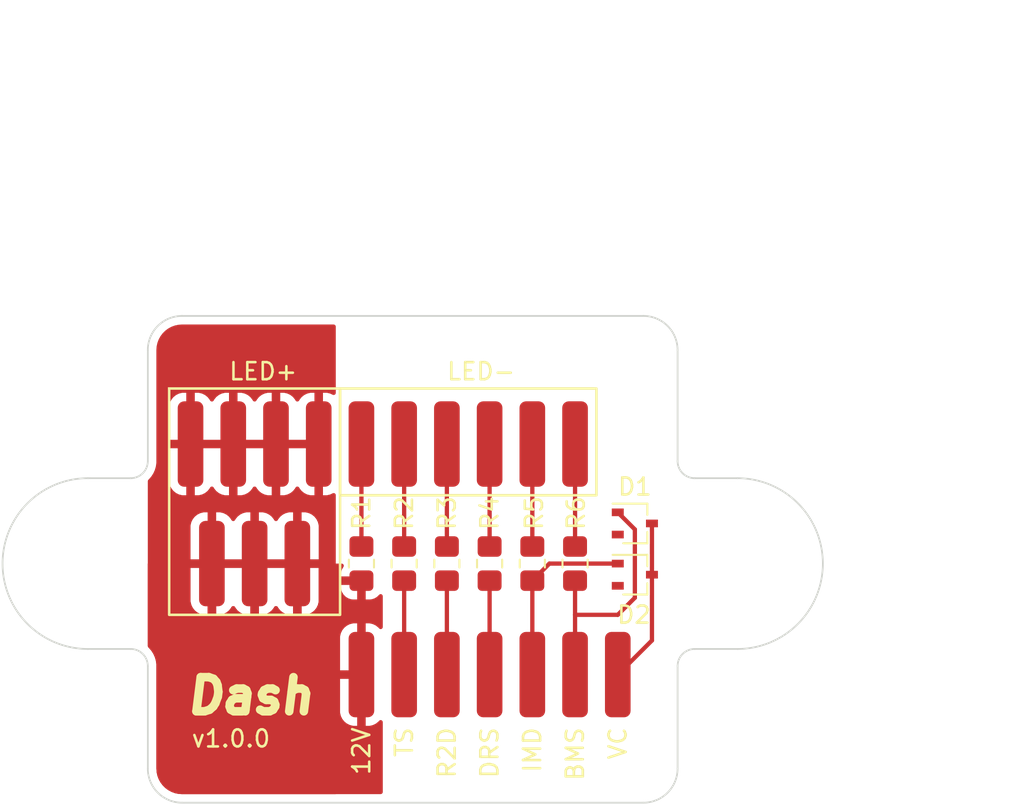
<source format=kicad_pcb>
(kicad_pcb (version 20221018) (generator pcbnew)
  (title_block (title "Dash") (date "2023-04-27") (rev "1.0.0") (company "SUFST - Southampton University Formula Student Team") (comment 1 "STAG 9") (comment 2 "Tim Brewis"))
  (layers (0 "F.Cu" signal) (31 "B.Cu" signal) (34 "B.Paste" user) (35 "F.Paste" user) (36 "B.SilkS" user "B.Silkscreen") (37 "F.SilkS" user "F.Silkscreen") (38 "B.Mask" user) (39 "F.Mask" user) (44 "Edge.Cuts" user))
  (net 0 "")
  (net 1 "/BMS")
  (net 3 "/VC")
  (net 4 "/IMD")
  (net 6 "Net-(J1-Pin_1)")
  (net 7 "Net-(J2-Pin_1)")
  (net 8 "Net-(J3-Pin_1)")
  (net 9 "Net-(J4-Pin_1)")
  (net 10 "Net-(J5-Pin_1)")
  (net 11 "Net-(J6-Pin_1)")
  (net 12 "/TS")
  (net 13 "/R2D")
  (net 14 "/DRS")
  (net 15 "+12V")
  (footprint "Resistor_SMD:R_0805_2012Metric_Pad1.20x1.40mm_HandSolder" (layer "F.Cu") (at 171 69 -90)
    (fp_text reference "R6" (at -1.88 -0.055 90) (layer "F.SilkS") (effects (justify left)))
    (fp_text value "?k")
    (fp_line (start -0.227064 -0.735) (end 0.227064 -0.735) (stroke (width 0.12)) (layer "F.SilkS"))
    (fp_line (start -0.227064 0.735) (end 0.227064 0.735) (stroke (width 0.12)) (layer "F.SilkS"))
    (pad "1" smd roundrect (at -1 0 270) (size 1.2 1.4) (layers "F.Cu" "F.Paste" "F.Mask") (roundrect_rratio 0.2083333333) (net 11 "Net-(J6-Pin_1)"))
    (pad "2" smd roundrect (at 1 0 270) (size 1.2 1.4) (layers "F.Cu" "F.Paste" "F.Mask") (roundrect_rratio 0.2083333333) (net 1 "/BMS"))
  )
  (footprint "MountingHole:MountingHole_3.2mm_M3" (layer "F.Cu") (at 180.5 69)
    (fp_text reference "H1" hide)
    (fp_text value "MountingHole")
    (pad "" np_thru_hole circle (at 0 0) (size 3.2 3.2) (drill 3.2) (layers "*.Cu" "*.Mask"))
  )
  (footprint "SUFST:Pad_1x5mm" (layer "F.Cu") (at 152.25 69 90)
    (fp_text reference "J19" hide)
    (fp_text value "Conn_01x01_Pin")
    (pad "1" smd roundrect (at 0 0 180) (size 1.5 5) (layers "F.Cu" "F.Paste" "F.Mask") (net 15 "+12V"))
  )
  (footprint "SUFST:Pad_1x5mm" (layer "F.Cu") (at 158.5 62 90)
    (fp_text reference "J1" hide)
    (fp_text value "Conn_01x01_Pin")
    (pad "1" smd roundrect (at 0 0 180) (size 1.5 5) (layers "F.Cu" "F.Paste" "F.Mask") (net 6 "Net-(J1-Pin_1)"))
  )
  (footprint "SUFST:Pad_1x5mm" (layer "F.Cu") (at 161 75.5 90)
    (fp_text reference "J8" hide)
    (fp_text value "Conn_01x01_Pin")
    (pad "1" smd roundrect (at 0 0 180) (size 1.5 5) (layers "F.Cu" "F.Paste" "F.Mask") (net 12 "/TS"))
  )
  (footprint "Resistor_SMD:R_0805_2012Metric_Pad1.20x1.40mm_HandSolder" (layer "F.Cu") (at 166 69 -90)
    (fp_text reference "R4" (at -1.88 0 90) (layer "F.SilkS") (effects (justify left)))
    (fp_text value "?k")
    (fp_line (start -0.227064 -0.735) (end 0.227064 -0.735) (stroke (width 0.12)) (layer "F.SilkS"))
    (fp_line (start -0.227064 0.735) (end 0.227064 0.735) (stroke (width 0.12)) (layer "F.SilkS"))
    (pad "1" smd roundrect (at -1 0 270) (size 1.2 1.4) (layers "F.Cu" "F.Paste" "F.Mask") (roundrect_rratio 0.2083333333) (net 9 "Net-(J4-Pin_1)"))
    (pad "2" smd roundrect (at 1 0 270) (size 1.2 1.4) (layers "F.Cu" "F.Paste" "F.Mask") (roundrect_rratio 0.2083333333) (net 14 "/DRS"))
  )
  (footprint "MountingHole:MountingHole_3.2mm_M3" (layer "F.Cu") (at 142.5 69)
    (fp_text reference "H2" hide)
    (fp_text value "MountingHole")
    (pad "" np_thru_hole circle (at 0 0) (size 3.2 3.2) (drill 3.2) (layers "*.Cu" "*.Mask"))
  )
  (footprint "SUFST:Pad_1x5mm" (layer "F.Cu") (at 148.5 62 90)
    (fp_text reference "J14" hide)
    (fp_text value "Conn_01x01_Pin")
    (pad "1" smd roundrect (at 0 0 180) (size 1.5 5) (layers "F.Cu" "F.Paste" "F.Mask") (net 15 "+12V"))
  )
  (footprint "Resistor_SMD:R_0805_2012Metric_Pad1.20x1.40mm_HandSolder" (layer "F.Cu") (at 163.5 69 -90)
    (fp_text reference "R3" (at -1.88 0 90) (layer "F.SilkS") (effects (justify left)))
    (fp_text value "?k")
    (fp_line (start -0.227064 -0.735) (end 0.227064 -0.735) (stroke (width 0.12)) (layer "F.SilkS"))
    (fp_line (start -0.227064 0.735) (end 0.227064 0.735) (stroke (width 0.12)) (layer "F.SilkS"))
    (pad "1" smd roundrect (at -1 0 270) (size 1.2 1.4) (layers "F.Cu" "F.Paste" "F.Mask") (roundrect_rratio 0.2083333333) (net 8 "Net-(J3-Pin_1)"))
    (pad "2" smd roundrect (at 1 0 270) (size 1.2 1.4) (layers "F.Cu" "F.Paste" "F.Mask") (roundrect_rratio 0.2083333333) (net 13 "/R2D"))
  )
  (footprint "SUFST:Pad_1x5mm" (layer "F.Cu") (at 153.5 62 90)
    (fp_text reference "J16" hide)
    (fp_text value "Conn_01x01_Pin")
    (pad "1" smd roundrect (at 0 0 180) (size 1.5 5) (layers "F.Cu" "F.Paste" "F.Mask") (net 15 "+12V"))
  )
  (footprint "Resistor_SMD:R_0805_2012Metric_Pad1.20x1.40mm_HandSolder" (layer "F.Cu") (at 161 69 -90)
    (fp_text reference "R2" (at -1.88 0 90) (layer "F.SilkS") (effects (justify left)))
    (fp_text value "?k")
    (fp_line (start -0.227064 -0.735) (end 0.227064 -0.735) (stroke (width 0.12)) (layer "F.SilkS"))
    (fp_line (start -0.227064 0.735) (end 0.227064 0.735) (stroke (width 0.12)) (layer "F.SilkS"))
    (pad "1" smd roundrect (at -1 0 270) (size 1.2 1.4) (layers "F.Cu" "F.Paste" "F.Mask") (roundrect_rratio 0.2083333333) (net 7 "Net-(J2-Pin_1)"))
    (pad "2" smd roundrect (at 1 0 270) (size 1.2 1.4) (layers "F.Cu" "F.Paste" "F.Mask") (roundrect_rratio 0.2083333333) (net 12 "/TS"))
  )
  (footprint "Package_TO_SOT_SMD:SOT-323_SC-70" (layer "F.Cu") (at 174.5 69.65)
    (fp_text reference "D2" (at -0.05 2.35) (layer "F.SilkS"))
    (fp_text value "BAT54W")
    (fp_line (start -0.68 1.16) (end 0.73 1.16) (stroke (width 0.12)) (layer "F.SilkS"))
    (fp_line (start 0.73 -1.16) (end -1.3 -1.16) (stroke (width 0.12)) (layer "F.SilkS"))
    (fp_line (start 0.73 -1.16) (end 0.73 -0.5) (stroke (width 0.12)) (layer "F.SilkS"))
    (fp_line (start 0.73 0.5) (end 0.73 1.16) (stroke (width 0.12)) (layer "F.SilkS"))
    (pad "1" smd rect (at -1 -0.65 270) (size 0.45 0.7) (layers "F.Cu" "F.Paste" "F.Mask") (net 4 "/IMD"))
    (pad "2" smd rect (at -1 0.65 270) (size 0.45 0.7) (layers "F.Cu" "F.Paste" "F.Mask"))
    (pad "3" smd rect (at 1 0 270) (size 0.45 0.7) (layers "F.Cu" "F.Paste" "F.Mask") (net 3 "/VC"))
  )
  (footprint "SUFST:Pad_1x5mm" (layer "F.Cu") (at 151 62 90)
    (fp_text reference "J15" hide)
    (fp_text value "Conn_01x01_Pin")
    (pad "1" smd roundrect (at 0 0 180) (size 1.5 5) (layers "F.Cu" "F.Paste" "F.Mask") (net 15 "+12V"))
  )
  (footprint "SUFST:Pad_1x5mm" (layer "F.Cu") (at 173.5 75.5 90)
    (fp_text reference "J13" hide)
    (fp_text value "Conn_01x01_Pin")
    (pad "1" smd roundrect (at 0 0 180) (size 1.5 5) (layers "F.Cu" "F.Paste" "F.Mask") (net 3 "/VC"))
  )
  (footprint "SUFST:Pad_1x5mm" (layer "F.Cu") (at 158.5 75.5 90)
    (fp_text reference "J7" hide)
    (fp_text value "Conn_01x01_Pin")
    (pad "1" smd roundrect (at 0 0 180) (size 1.5 5) (layers "F.Cu" "F.Paste" "F.Mask") (net 15 "+12V"))
  )
  (footprint "SUFST:Pad_1x5mm" (layer "F.Cu") (at 163.5 75.5 90)
    (fp_text reference "J9" hide)
    (fp_text value "Conn_01x01_Pin")
    (pad "1" smd roundrect (at 0 0 180) (size 1.5 5) (layers "F.Cu" "F.Paste" "F.Mask") (net 13 "/R2D"))
  )
  (footprint "SUFST:Pad_1x5mm" (layer "F.Cu") (at 154.75 69 90)
    (fp_text reference "J20" hide)
    (fp_text value "Conn_01x01_Pin")
    (pad "1" smd roundrect (at 0 0 180) (size 1.5 5) (layers "F.Cu" "F.Paste" "F.Mask") (net 15 "+12V"))
  )
  (footprint "SUFST:Pad_1x5mm" (layer "F.Cu") (at 166 62 90)
    (fp_text reference "J4" hide)
    (fp_text value "Conn_01x01_Pin")
    (pad "1" smd roundrect (at 0 0 180) (size 1.5 5) (layers "F.Cu" "F.Paste" "F.Mask") (net 9 "Net-(J4-Pin_1)"))
  )
  (footprint "Package_TO_SOT_SMD:SOT-323_SC-70" (layer "F.Cu") (at 174.5 66.65)
    (fp_text reference "D1" (at 0 -2.15) (layer "F.SilkS"))
    (fp_text value "BAT54W")
    (fp_line (start -0.68 1.16) (end 0.73 1.16) (stroke (width 0.12)) (layer "F.SilkS"))
    (fp_line (start 0.73 -1.16) (end -1.3 -1.16) (stroke (width 0.12)) (layer "F.SilkS"))
    (fp_line (start 0.73 -1.16) (end 0.73 -0.5) (stroke (width 0.12)) (layer "F.SilkS"))
    (fp_line (start 0.73 0.5) (end 0.73 1.16) (stroke (width 0.12)) (layer "F.SilkS"))
    (pad "1" smd rect (at -1 -0.65 270) (size 0.45 0.7) (layers "F.Cu" "F.Paste" "F.Mask") (net 1 "/BMS"))
    (pad "2" smd rect (at -1 0.65 270) (size 0.45 0.7) (layers "F.Cu" "F.Paste" "F.Mask"))
    (pad "3" smd rect (at 1 0 270) (size 0.45 0.7) (layers "F.Cu" "F.Paste" "F.Mask") (net 3 "/VC"))
  )
  (footprint "Resistor_SMD:R_0805_2012Metric_Pad1.20x1.40mm_HandSolder" (layer "F.Cu") (at 158.5 69 -90)
    (fp_text reference "R1" (at -1.88 0 90) (layer "F.SilkS") (effects (justify left)))
    (fp_text value "?k")
    (fp_line (start -0.227064 -0.735) (end 0.227064 -0.735) (stroke (width 0.12)) (layer "F.SilkS"))
    (fp_line (start -0.227064 0.735) (end 0.227064 0.735) (stroke (width 0.12)) (layer "F.SilkS"))
    (pad "1" smd roundrect (at -1 0 270) (size 1.2 1.4) (layers "F.Cu" "F.Paste" "F.Mask") (roundrect_rratio 0.2083333333) (net 6 "Net-(J1-Pin_1)"))
    (pad "2" smd roundrect (at 1 0 270) (size 1.2 1.4) (layers "F.Cu" "F.Paste" "F.Mask") (roundrect_rratio 0.2083333333) (net 15 "+12V"))
  )
  (footprint "Resistor_SMD:R_0805_2012Metric_Pad1.20x1.40mm_HandSolder" (layer "F.Cu") (at 168.5 69 -90)
    (fp_text reference "R5" (at -1.88 -0.105 90) (layer "F.SilkS") (effects (justify left)))
    (fp_text value "?k")
    (fp_line (start -0.227064 -0.735) (end 0.227064 -0.735) (stroke (width 0.12)) (layer "F.SilkS"))
    (fp_line (start -0.227064 0.735) (end 0.227064 0.735) (stroke (width 0.12)) (layer "F.SilkS"))
    (pad "1" smd roundrect (at -1 0 270) (size 1.2 1.4) (layers "F.Cu" "F.Paste" "F.Mask") (roundrect_rratio 0.2083333333) (net 10 "Net-(J5-Pin_1)"))
    (pad "2" smd roundrect (at 1 0 270) (size 1.2 1.4) (layers "F.Cu" "F.Paste" "F.Mask") (roundrect_rratio 0.2083333333) (net 4 "/IMD"))
  )
  (footprint "SUFST:Pad_1x5mm" (layer "F.Cu") (at 156 62 90)
    (fp_text reference "J17" hide)
    (fp_text value "Conn_01x01_Pin")
    (pad "1" smd roundrect (at 0 0 180) (size 1.5 5) (layers "F.Cu" "F.Paste" "F.Mask") (net 15 "+12V"))
  )
  (footprint "SUFST:Pad_1x5mm" (layer "F.Cu") (at 149.75 69 90)
    (fp_text reference "J18" hide)
    (fp_text value "Conn_01x01_Pin")
    (pad "1" smd roundrect (at 0 0 180) (size 1.5 5) (layers "F.Cu" "F.Paste" "F.Mask") (net 15 "+12V"))
  )
  (footprint "SUFST:Pad_1x5mm" (layer "F.Cu") (at 161 62 90)
    (fp_text reference "J2" hide)
    (fp_text value "Conn_01x01_Pin")
    (pad "1" smd roundrect (at 0 0 180) (size 1.5 5) (layers "F.Cu" "F.Paste" "F.Mask") (net 7 "Net-(J2-Pin_1)"))
  )
  (footprint "SUFST:Pad_1x5mm" (layer "F.Cu") (at 166 75.5 90)
    (fp_text reference "J10" hide)
    (fp_text value "Conn_01x01_Pin")
    (pad "1" smd roundrect (at 0 0 180) (size 1.5 5) (layers "F.Cu" "F.Paste" "F.Mask") (net 14 "/DRS"))
  )
  (footprint "SUFST:Pad_1x5mm" (layer "F.Cu") (at 171 62 90)
    (fp_text reference "J6" hide)
    (fp_text value "Conn_01x01_Pin")
    (pad "1" smd roundrect (at 0 0 180) (size 1.5 5) (layers "F.Cu" "F.Paste" "F.Mask") (net 11 "Net-(J6-Pin_1)"))
  )
  (footprint "SUFST:Pad_1x5mm" (layer "F.Cu") (at 168.5 75.5 90)
    (fp_text reference "J11" hide)
    (fp_text value "Conn_01x01_Pin")
    (pad "1" smd roundrect (at 0 0 180) (size 1.5 5) (layers "F.Cu" "F.Paste" "F.Mask") (net 4 "/IMD"))
  )
  (footprint "SUFST:Pad_1x5mm" (layer "F.Cu") (at 163.5 62 90)
    (fp_text reference "J3" hide)
    (fp_text value "Conn_01x01_Pin")
    (pad "1" smd roundrect (at 0 0 180) (size 1.5 5) (layers "F.Cu" "F.Paste" "F.Mask") (net 8 "Net-(J3-Pin_1)"))
  )
  (footprint "SUFST:Pad_1x5mm" (layer "F.Cu") (at 168.5 62 90)
    (fp_text reference "J5" hide)
    (fp_text value "Conn_01x01_Pin")
    (pad "1" smd roundrect (at 0 0 180) (size 1.5 5) (layers "F.Cu" "F.Paste" "F.Mask") (net 10 "Net-(J5-Pin_1)"))
  )
  (footprint "SUFST:Pad_1x5mm" (layer "F.Cu") (at 171 75.5 90)
    (fp_text reference "J12" hide)
    (fp_text value "Conn_01x01_Pin")
    (pad "1" smd roundrect (at 0 0 180) (size 1.5 5) (layers "F.Cu" "F.Paste" "F.Mask") (net 1 "/BMS"))
  )
  (gr_rect (start 147.25 58.75) (end 157.25 72) (stroke (width 0.15)) (fill none) (layer "F.SilkS"))
  (gr_rect (start 157.25 58.75) (end 172.25 65) (stroke (width 0.15)) (fill none) (layer "F.SilkS"))
  (gr_arc (start 175 54.5) (mid 176.414214 55.085786) (end 177 56.5) (stroke (width 0.1)) (layer "Edge.Cuts"))
  (gr_line (start 145 74) (end 142.5 74) (stroke (width 0.1)) (layer "Edge.Cuts"))
  (gr_line (start 177 75) (end 177 81) (stroke (width 0.1)) (layer "Edge.Cuts"))
  (gr_line (start 145 64) (end 142.5 64) (stroke (width 0.1)) (layer "Edge.Cuts"))
  (gr_line (start 146 81) (end 146 75) (stroke (width 0.1)) (layer "Edge.Cuts"))
  (gr_arc (start 146 63) (mid 145.707107 63.707107) (end 145 64) (stroke (width 0.1)) (layer "Edge.Cuts"))
  (gr_arc (start 146 56.5) (mid 146.585786 55.085786) (end 148 54.5) (stroke (width 0.1)) (layer "Edge.Cuts"))
  (gr_arc (start 178 64) (mid 177.292893 63.707107) (end 177 63) (stroke (width 0.1)) (layer "Edge.Cuts"))
  (gr_line (start 178 74) (end 180.5 74) (stroke (width 0.1)) (layer "Edge.Cuts"))
  (gr_line (start 148 83) (end 175 83) (stroke (width 0.1)) (layer "Edge.Cuts"))
  (gr_line (start 148 54.5) (end 175 54.5) (stroke (width 0.1)) (layer "Edge.Cuts"))
  (gr_line (start 177 56.5) (end 177 63) (stroke (width 0.1)) (layer "Edge.Cuts"))
  (gr_arc (start 142.5 74) (mid 137.5 69) (end 142.5 64) (stroke (width 0.1)) (layer "Edge.Cuts"))
  (gr_arc (start 148 83) (mid 146.585786 82.414214) (end 146 81) (stroke (width 0.1)) (layer "Edge.Cuts"))
  (gr_arc (start 145 74) (mid 145.707107 74.292893) (end 146 75) (stroke (width 0.1)) (layer "Edge.Cuts"))
  (gr_arc (start 180.5 64) (mid 185.5 69) (end 180.5 74) (stroke (width 0.1)) (layer "Edge.Cuts"))
  (gr_line (start 178 64) (end 180.5 64) (stroke (width 0.1)) (layer "Edge.Cuts"))
  (gr_arc (start 177 81) (mid 176.414214 82.414214) (end 175 83) (stroke (width 0.1)) (layer "Edge.Cuts"))
  (gr_arc (start 177 75) (mid 177.292893 74.292893) (end 178 74) (stroke (width 0.1)) (layer "Edge.Cuts"))
  (gr_line (start 146 63) (end 146 56.5) (stroke (width 0.1)) (layer "Edge.Cuts"))
  (gr_text "IMD\n" (at 168.5 78.5 90) (layer "F.SilkS") (effects (font (size 1 1)) (justify right)))
  (gr_text "v1.0.0" (at 153.25 79.25) (layer "F.SilkS") (effects (font (size 1 1)) (justify right)))
  (gr_text "LED+" (at 152.75 57.75) (layer "F.SilkS") (effects (font (size 1 1))))
  (gr_text "DRS" (at 166 78.5 90) (layer "F.SilkS") (effects (font (size 1 1)) (justify right)))
  (gr_text "TS" (at 161 78.5 90) (layer "F.SilkS") (effects (font (size 1 1)) (justify right)))
  (gr_text "LED-" (at 165.5 57.75) (layer "F.SilkS") (effects (font (size 1 1))))
  (gr_text "12V" (at 158.5 78.5 90) (layer "F.SilkS") (effects (font (size 1 1)) (justify right)))
  (gr_text "Dash" (at 152 76.75) (layer "F.SilkS") (effects (font (size 2 2) (thickness 0.5) italic)))
  (gr_text "BMS" (at 171 78.5 90) (layer "F.SilkS") (effects (font (size 1 1)) (justify right)))
  (gr_text "R2D" (at 163.5 78.5 90) (layer "F.SilkS") (effects (font (size 1 1)) (justify right)))
  (gr_text "VC" (at 173.5 78.5 90) (layer "F.SilkS") (effects (font (size 1 1)) (justify right)))
  (segment (start 173.5 72) (end 171 72) (width 0.25) (layer "F.Cu") (net 1))
  (segment (start 171 72) (end 171 75.5) (width 0.25) (layer "F.Cu") (net 1))
  (segment (start 173.5 66) (end 174.5 67) (width 0.25) (layer "F.Cu") (net 1))
  (segment (start 174.5 67) (end 174.5 71) (width 0.25) (layer "F.Cu") (net 1))
  (segment (start 171 70) (end 171 72) (width 0.25) (layer "F.Cu") (net 1))
  (segment (start 174.5 71) (end 173.5 72) (width 0.25) (layer "F.Cu") (net 1))
  (segment (start 173.5 75.5) (end 175.5 73.5) (width 0.25) (layer "F.Cu") (net 3))
  (segment (start 175.5 69.65) (end 175.5 66.65) (width 0.25) (layer "F.Cu") (net 3))
  (segment (start 175.5 73.5) (end 175.5 69.65) (width 0.25) (layer "F.Cu") (net 3))
  (segment (start 168.5 75.5) (end 168.5 70) (width 0.25) (layer "F.Cu") (net 4))
  (segment (start 169.5 69) (end 173.5 69) (width 0.25) (layer "F.Cu") (net 4))
  (segment (start 168.5 70) (end 169.5 69) (width 0.25) (layer "F.Cu") (net 4))
  (segment (start 158.5 62) (end 158.5 68) (width 0.25) (layer "F.Cu") (net 6))
  (segment (start 161 62) (end 161 68) (width 0.25) (layer "F.Cu") (net 7))
  (segment (start 163.5 68) (end 163.5 62) (width 0.25) (layer "F.Cu") (net 8))
  (segment (start 166 62) (end 166 68) (width 0.25) (layer "F.Cu") (net 9))
  (segment (start 168.5 68) (end 168.5 62) (width 0.25) (layer "F.Cu") (net 10))
  (segment (start 171 68) (end 171 62) (width 0.25) (layer "F.Cu") (net 11))
  (segment (start 161 70) (end 161 75.5) (width 0.25) (layer "F.Cu") (net 12))
  (segment (start 163.5 70) (end 163.5 75.5) (width 0.25) (layer "F.Cu") (net 13))
  (segment (start 166 70) (end 166 75.5) (width 0.25) (layer "F.Cu") (net 14))
  (zone (net 15) (net_name "+12V") (layer "F.Cu") (connect_pads (clearance 0.5)) (min_thickness 0.25) (fill yes (thermal_gap 0.5) (thermal_bridge_width 0.5))
    (polygon (pts (xy 146 69) (xy 159.75 69) (xy 159.75 83) (xy 146 83)))
  )
  (zone (net 15) (net_name "+12V") (layer "F.Cu") (connect_pads (clearance 0.5)) (min_thickness 0.25) (fill yes (thermal_gap 0.5) (thermal_bridge_width 0.5))
    (polygon (pts (xy 146 54.5) (xy 157 54.5) (xy 157 83) (xy 146 83)))
  )
)
</source>
